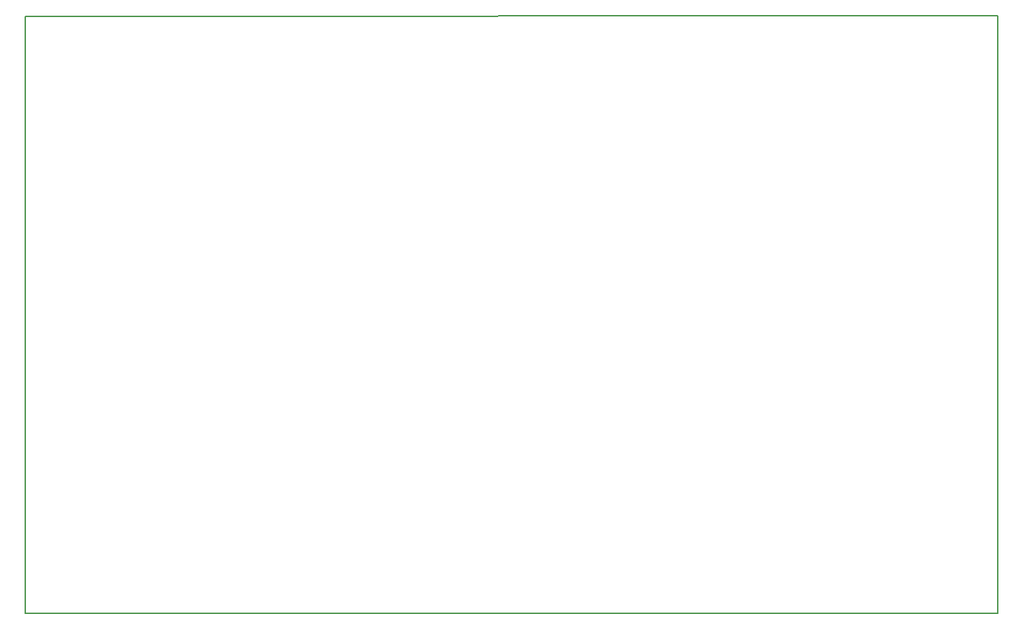
<source format=gbr>
%TF.GenerationSoftware,Altium Limited,Altium Designer,21.8.1 (53)*%
G04 Layer_Color=16711935*
%FSLAX44Y44*%
%MOMM*%
%TF.SameCoordinates,5B2EC376-9E82-47C5-9F2C-D2063BE729DA*%
%TF.FilePolarity,Positive*%
%TF.FileFunction,Keep-out,Top*%
%TF.Part,Single*%
G01*
G75*
%TA.AperFunction,NonConductor*%
%ADD31C,0.2000*%
D31*
X0Y0D02*
X1206500D01*
X0D02*
Y27940D01*
X1206500Y0D02*
Y27940D01*
Y740902D01*
X1163930D02*
X1206500D01*
X0Y27940D02*
Y739691D01*
X1163930Y740902D01*
%TF.MD5,389113cba7ba151068b803081bdfff32*%
M02*

</source>
